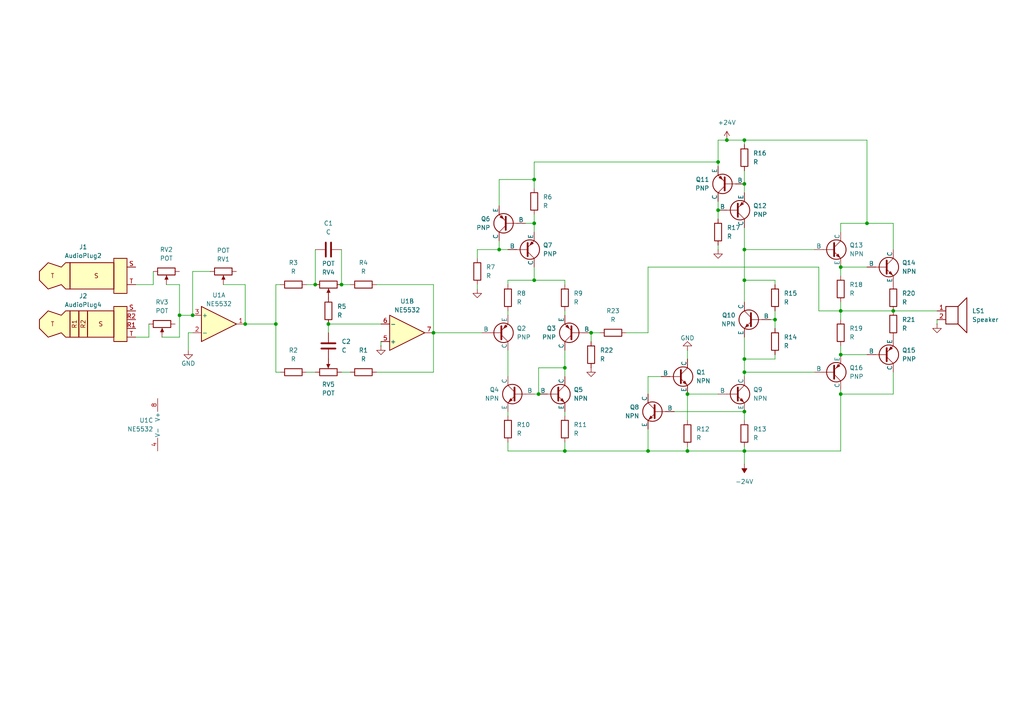
<source format=kicad_sch>
(kicad_sch (version 20231120) (generator "eeschema") (generator_version "8.0")
  (paper "A4")
  (lib_symbols
    (symbol "Amplifier_Operational:NE5532" (pin_names (offset 0.127))
      (property "Reference" "U" (at 0 5.08 0))
      (property "Value" "NE5532" (at 0 -5.08 0))
      (symbol "NE5532_1_1"
        (polyline (pts (xy -5.08 5.08) (xy 5.08 0) (xy -5.08 -5.08) (xy -5.08 5.08)) (stroke (width 0.254)) (fill (type background)))
        (pin output line (at 7.62 0 180) (length 2.54) (name "~") (number "1"))
        (pin input line (at -7.62 -2.54 0) (length 2.54) (name "-") (number "2"))
        (pin input line (at -7.62 2.54 0) (length 2.54) (name "+") (number "3"))
      )
      (symbol "NE5532_2_1"
        (polyline (pts (xy -5.08 5.08) (xy 5.08 0) (xy -5.08 -5.08) (xy -5.08 5.08)) (stroke (width 0.254)) (fill (type background)))
        (pin input line (at -7.62 2.54 0) (length 2.54) (name "+") (number "5"))
        (pin input line (at -7.62 -2.54 0) (length 2.54) (name "-") (number "6"))
        (pin output line (at 7.62 0 180) (length 2.54) (name "~") (number "7"))
      )
      (symbol "NE5532_3_1"
        (pin power_in line (at -2.54 -7.62 90) (length 3.81) (name "V-") (number "4"))
        (pin power_in line (at -2.54 7.62 270) (length 3.81) (name "V+") (number "8"))
      )
    )
    (symbol "Connector_Audio:AudioPlug2"
      (property "Reference" "J" (at 10.16 6.35 0))
      (property "Value" "AudioPlug2" (at 10.16 -6.35 0))
      (symbol "AudioPlug2_0_0"
        (text "S" (at 3.81 0 0) (effects (font (size 1.27 1.27))))
        (text "T" (at -8.89 0 0) (effects (font (size 1.27 1.27))))
      )
      (symbol "AudioPlug2_0_1"
        (rectangle (start -3.81 3.81) (end 8.89 -3.81) (stroke (width 0.254)) (fill (type background)))
        (polyline (pts (xy -3.81 3.81) (xy -5.08 3.81) (xy -6.35 2.54) (xy -10.16 3.81) (xy -12.7 1.27) (xy -12.7 -1.27) (xy -10.16 -3.81) (xy -6.35 -2.54) (xy -5.08 -3.81) (xy -3.81 -3.81) (xy -3.81 3.81)) (stroke (width 0.254)) (fill (type background)))
        (rectangle (start 12.7 5.08) (end 8.89 -5.08) (stroke (width 0.254)) (fill (type background)))
      )
      (symbol "AudioPlug2_1_1"
        (pin passive line (at 15.24 2.54 180) (length 2.54) (name "~") (number "S"))
        (pin passive line (at 15.24 -2.54 180) (length 2.54) (name "~") (number "T"))
      )
    )
    (symbol "Connector_Audio:AudioPlug4"
      (property "Reference" "J" (at 10.16 5.08 0))
      (property "Value" "AudioPlug4" (at 11.43 -7.62 0))
      (symbol "AudioPlug4_0_0"
        (text "R1" (at -2.54 -1.27 900) (effects (font (size 1.27 1.27))))
        (text "R2" (at 0 -1.27 900) (effects (font (size 1.27 1.27))))
        (text "S" (at 5.08 -1.27 0) (effects (font (size 1.27 1.27))))
        (text "T" (at -8.89 -1.27 0) (effects (font (size 1.27 1.27))))
      )
      (symbol "AudioPlug4_0_1"
        (rectangle (start -1.27 2.54) (end -3.81 -5.08) (stroke (width 0.254)) (fill (type background)))
        (polyline (pts (xy -3.81 2.54) (xy -5.08 2.54) (xy -6.35 1.27) (xy -10.16 2.54) (xy -12.7 0) (xy -12.7 -2.54) (xy -10.16 -5.08) (xy -6.35 -3.81) (xy -5.08 -5.08) (xy -3.81 -5.08) (xy -3.81 2.54)) (stroke (width 0.254)) (fill (type background)))
        (rectangle (start 1.27 2.54) (end -1.27 -5.08) (stroke (width 0.254)) (fill (type background)))
        (rectangle (start 1.27 2.54) (end 8.89 -5.08) (stroke (width 0.254)) (fill (type background)))
        (rectangle (start 12.7 3.81) (end 8.89 -6.35) (stroke (width 0.254)) (fill (type background)))
      )
      (symbol "AudioPlug4_1_1"
        (pin passive line (at 15.24 -2.54 180) (length 2.54) (name "~") (number "R1"))
        (pin passive line (at 15.24 0 180) (length 2.54) (name "~") (number "R2"))
        (pin passive line (at 15.24 2.54 180) (length 2.54) (name "~") (number "S"))
        (pin passive line (at 15.24 -5.08 180) (length 2.54) (name "~") (number "T"))
      )
    )
    (symbol "Device:C" (pin_numbers hide) (pin_names (offset 0.254))
      (property "Reference" "C" (at 0.635 2.54 0))
      (property "Value" "C" (at 0.635 -2.54 0))
      (symbol "C_0_1"
        (polyline (pts (xy -2.032 -0.762) (xy 2.032 -0.762)) (stroke (width 0.508)))
        (polyline (pts (xy -2.032 0.762) (xy 2.032 0.762)) (stroke (width 0.508)))
      )
      (symbol "C_1_1"
        (pin passive line (at 0 3.81 270) (length 2.794) (name "~") (number "1"))
        (pin passive line (at 0 -3.81 90) (length 2.794) (name "~") (number "2"))
      )
    )
    (symbol "Device:R" (pin_numbers hide) (pin_names (offset 0))
      (property "Reference" "R" (at 2.032 0 90))
      (property "Value" "R" (at 0 0 90))
      (symbol "R_0_1"
        (rectangle (start -1.016 -2.54) (end 1.016 2.54) (stroke (width 0.254)))
      )
      (symbol "R_1_1"
        (pin passive line (at 0 3.81 270) (length 1.27) (name "~") (number "1"))
        (pin passive line (at 0 -3.81 90) (length 1.27) (name "~") (number "2"))
      )
    )
    (symbol "Device:Speaker" (pin_names (offset 0) hide)
      (property "Reference" "LS" (at 1.27 5.715 0))
      (property "Value" "Speaker" (at 1.27 3.81 0))
      (symbol "Speaker_0_0"
        (rectangle (start -2.54 1.27) (end 1.016 -3.81) (stroke (width 0.254)))
        (polyline (pts (xy 1.016 1.27) (xy 3.556 3.81) (xy 3.556 -6.35) (xy 1.016 -3.81)) (stroke (width 0.254)))
      )
      (symbol "Speaker_1_1"
        (pin input line (at -5.08 0 0) (length 2.54) (name "1") (number "1"))
        (pin input line (at -5.08 -2.54 0) (length 2.54) (name "2") (number "2"))
      )
    )
    (symbol "Eagle_Main:POT" (pin_numbers hide) (pin_names (offset 1.016) hide)
      (property "Reference" "RV" (at -4.445 0 90))
      (property "Value" "POT" (at -2.54 0 90))
      (symbol "POT_0_1"
        (polyline (pts (xy 2.54 0) (xy 1.524 0)))
        (polyline (pts (xy 1.143 0) (xy 2.286 0.508) (xy 2.286 -0.508)) (fill (type outline)))
        (rectangle (start 1.016 2.54) (end -1.016 -2.54) (stroke (width 0.254)))
      )
      (symbol "POT_1_1"
        (pin passive line (at 0 3.81 270) (length 1.27) (name "1") (number "1"))
        (pin passive line (at 3.81 0 180) (length 1.27) (name "2") (number "2"))
        (pin passive line (at 0 -3.81 90) (length 1.27) (name "3") (number "3"))
      )
    )
    (symbol "Simulation_SPICE:NPN" (pin_numbers hide) (pin_names (offset 0))
      (property "Reference" "Q" (at -2.54 7.62 0))
      (property "Value" "NPN" (at -2.54 5.08 0))
      (symbol "NPN_0_1"
        (polyline (pts (xy -2.54 0) (xy 0.635 0)) (stroke (width 0.1524)))
        (polyline (pts (xy 0.635 0.635) (xy 2.54 2.54)))
        (polyline (pts (xy 2.794 -1.27) (xy 2.794 -1.27)) (stroke (width 0.1524)))
        (polyline (pts (xy 2.794 -1.27) (xy 2.794 -1.27)) (stroke (width 0.1524)))
        (polyline (pts (xy 0.635 -0.635) (xy 2.54 -2.54) (xy 2.54 -2.54)))
        (polyline (pts (xy 0.635 1.905) (xy 0.635 -1.905) (xy 0.635 -1.905)) (stroke (width 0.508)))
        (polyline (pts (xy 1.27 -1.778) (xy 1.778 -1.27) (xy 2.286 -2.286) (xy 1.27 -1.778) (xy 1.27 -1.778)) (fill (type outline)))
        (circle (center 1.27 0) (radius 2.8194) (stroke (width 0.254)))
      )
      (symbol "NPN_1_1"
        (pin open_collector line (at 2.54 5.08 270) (length 2.54) (name "C") (number "1"))
        (pin input line (at -5.08 0 0) (length 2.54) (name "B") (number "2"))
        (pin open_emitter line (at 2.54 -5.08 90) (length 2.54) (name "E") (number "3"))
      )
    )
    (symbol "Simulation_SPICE:PNP" (pin_numbers hide) (pin_names (offset 0))
      (property "Reference" "Q" (at -2.54 7.62 0))
      (property "Value" "PNP" (at -2.54 5.08 0))
      (symbol "PNP_0_1"
        (polyline (pts (xy -2.54 0) (xy 0.635 0)) (stroke (width 0.1524)))
        (polyline (pts (xy 0.635 0.635) (xy 2.54 2.54)))
        (polyline (pts (xy 0.635 -0.635) (xy 2.54 -2.54) (xy 2.54 -2.54)))
        (polyline (pts (xy 0.635 1.905) (xy 0.635 -1.905) (xy 0.635 -1.905)) (stroke (width 0.508)))
        (polyline (pts (xy 2.286 -1.778) (xy 1.778 -2.286) (xy 1.27 -1.27) (xy 2.286 -1.778) (xy 2.286 -1.778)) (fill (type outline)))
        (circle (center 1.27 0) (radius 2.8194) (stroke (width 0.254)))
      )
      (symbol "PNP_1_1"
        (pin open_collector line (at 2.54 5.08 270) (length 2.54) (name "C") (number "1"))
        (pin input line (at -5.08 0 0) (length 2.54) (name "B") (number "2"))
        (pin open_emitter line (at 2.54 -5.08 90) (length 2.54) (name "E") (number "3"))
      )
    )
    (symbol "power:+24V" (power) (pin_numbers hide) (pin_names (offset 0) hide)
      (property "Value" "+24V" (at 0 3.556 0))
      (symbol "+24V_0_1"
        (polyline (pts (xy -0.762 1.27) (xy 0 2.54)))
        (polyline (pts (xy 0 0) (xy 0 2.54)))
        (polyline (pts (xy 0 2.54) (xy 0.762 1.27)))
      )
      (symbol "+24V_1_1"
        (pin power_in line (at 0 0 90) (length 0) (name "~") (number "1"))
      )
    )
    (symbol "power:-24V" (power) (pin_numbers hide) (pin_names (offset 0) hide)
      (property "Value" "-24V" (at 0 3.556 0))
      (symbol "-24V_0_0"
        (pin power_in line (at 0 0 90) (length 0) (name "~") (number "1"))
      )
      (symbol "-24V_0_1"
        (polyline (pts (xy 0 0) (xy 0 1.27) (xy 0.762 1.27) (xy 0 2.54) (xy -0.762 1.27) (xy 0 1.27)) (fill (type outline)))
      )
    )
    (symbol "power:GND" (power) (pin_numbers hide) (pin_names (offset 0) hide)
      (property "Value" "GND" (at 0 -3.81 0))
      (symbol "GND_0_1"
        (polyline (pts (xy 0 0) (xy 0 -1.27) (xy 1.27 -1.27) (xy 0 -2.54) (xy -1.27 -1.27) (xy 0 -1.27)))
      )
      (symbol "GND_1_1"
        (pin power_in line (at 0 0 270) (length 0) (name "~") (number "1"))
      )
    )
  )
  (junction (at 156.21 114.3))
  (junction (at 80.01 93.98))
  (junction (at 144.78 72.39))
  (junction (at 154.94 52.07))
  (junction (at 199.39 114.3))
  (junction (at 224.79 92.71))
  (junction (at 208.28 60.96))
  (junction (at 163.83 130.81))
  (junction (at 125.73 96.52))
  (junction (at 91.44 82.55))
  (junction (at 215.9 53.34))
  (junction (at 251.46 64.77))
  (junction (at 259.08 90.17))
  (junction (at 243.84 102.87))
  (junction (at 243.84 114.3))
  (junction (at 154.94 81.28))
  (junction (at 215.9 107.95))
  (junction (at 243.84 77.47))
  (junction (at 215.9 40.64))
  (junction (at 215.9 119.38))
  (junction (at 243.84 90.17))
  (junction (at 199.39 130.81))
  (junction (at 154.94 64.77))
  (junction (at 215.9 130.81))
  (junction (at 187.96 130.81))
  (junction (at 163.83 106.68))
  (junction (at 55.88 91.44))
  (junction (at 52.07 91.44))
  (junction (at 71.12 93.98))
  (junction (at 215.9 81.28))
  (junction (at 215.9 72.39))
  (junction (at 208.28 46.99))
  (junction (at 210.82 40.64))
  (junction (at 99.06 82.55))
  (junction (at 215.9 104.14))
  (junction (at 171.45 96.52))
  (junction (at 95.25 93.98))
  (wire (pts (xy 187.96 77.47) (xy 237.49 77.47)))
  (wire (pts (xy 215.9 107.95) (xy 236.22 107.95)))
  (wire (pts (xy 52.07 91.44) (xy 55.88 91.44)))
  (wire (pts (xy 215.9 40.64) (xy 251.46 40.64)))
  (wire (pts (xy 154.94 46.99) (xy 208.28 46.99)))
  (wire (pts (xy 147.32 128.27) (xy 147.32 130.81)))
  (wire (pts (xy 125.73 96.52) (xy 139.7 96.52)))
  (wire (pts (xy 80.01 82.55) (xy 81.28 82.55)))
  (wire (pts (xy 154.94 64.77) (xy 154.94 62.23)))
  (wire (pts (xy 163.83 119.38) (xy 163.83 120.65)))
  (wire (pts (xy 171.45 96.52) (xy 171.45 99.06)))
  (wire (pts (xy 163.83 130.81) (xy 187.96 130.81)))
  (wire (pts (xy 52.07 82.55) (xy 52.07 91.44)))
  (wire (pts (xy 208.28 60.96) (xy 208.28 63.5)))
  (wire (pts (xy 163.83 90.17) (xy 163.83 91.44)))
  (wire (pts (xy 125.73 96.52) (xy 125.73 107.95)))
  (wire (pts (xy 163.83 101.6) (xy 163.83 106.68)))
  (wire (pts (xy 125.73 107.95) (xy 109.22 107.95)))
  (wire (pts (xy 144.78 69.85) (xy 144.78 72.39)))
  (wire (pts (xy 147.32 101.6) (xy 147.32 109.22)))
  (wire (pts (xy 156.21 106.68) (xy 156.21 114.3)))
  (wire (pts (xy 199.39 130.81) (xy 215.9 130.81)))
  (wire (pts (xy 44.45 78.74) (xy 44.45 82.55)))
  (wire (pts (xy 163.83 106.68) (xy 163.83 109.22)))
  (wire (pts (xy 99.06 107.95) (xy 101.6 107.95)))
  (wire (pts (xy 251.46 64.77) (xy 243.84 64.77)))
  (wire (pts (xy 237.49 90.17) (xy 243.84 90.17)))
  (wire (pts (xy 243.84 90.17) (xy 259.08 90.17)))
  (wire (pts (xy 154.94 114.3) (xy 156.21 114.3)))
  (wire (pts (xy 251.46 40.64) (xy 251.46 64.77)))
  (wire (pts (xy 215.9 53.34) (xy 215.9 55.88)))
  (wire (pts (xy 54.61 96.52) (xy 55.88 96.52)))
  (wire (pts (xy 224.79 81.28) (xy 224.79 82.55)))
  (wire (pts (xy 199.39 101.6) (xy 199.39 104.14)))
  (wire (pts (xy 187.96 130.81) (xy 199.39 130.81)))
  (wire (pts (xy 210.82 40.64) (xy 215.9 40.64)))
  (wire (pts (xy 43.18 97.79) (xy 43.18 93.98)))
  (wire (pts (xy 237.49 77.47) (xy 237.49 90.17)))
  (wire (pts (xy 181.61 96.52) (xy 187.96 96.52)))
  (wire (pts (xy 163.83 106.68) (xy 156.21 106.68)))
  (wire (pts (xy 208.28 58.42) (xy 208.28 60.96)))
  (wire (pts (xy 187.96 124.46) (xy 187.96 130.81)))
  (wire (pts (xy 215.9 81.28) (xy 224.79 81.28)))
  (wire (pts (xy 191.77 109.22) (xy 187.96 109.22)))
  (wire (pts (xy 55.88 78.74) (xy 55.88 91.44)))
  (wire (pts (xy 199.39 114.3) (xy 208.28 114.3)))
  (wire (pts (xy 243.84 77.47) (xy 251.46 77.47)))
  (wire (pts (xy 110.49 99.06) (xy 110.49 100.33)))
  (wire (pts (xy 71.12 93.98) (xy 80.01 93.98)))
  (wire (pts (xy 163.83 128.27) (xy 163.83 130.81)))
  (wire (pts (xy 215.9 119.38) (xy 215.9 121.92)))
  (wire (pts (xy 243.84 102.87) (xy 251.46 102.87)))
  (wire (pts (xy 208.28 46.99) (xy 208.28 40.64)))
  (wire (pts (xy 215.9 40.64) (xy 215.9 41.91)))
  (wire (pts (xy 259.08 90.17) (xy 271.78 90.17)))
  (wire (pts (xy 154.94 81.28) (xy 163.83 81.28)))
  (wire (pts (xy 80.01 93.98) (xy 80.01 107.95)))
  (wire (pts (xy 88.9 107.95) (xy 91.44 107.95)))
  (wire (pts (xy 154.94 52.07) (xy 154.94 46.99)))
  (wire (pts (xy 215.9 72.39) (xy 236.22 72.39)))
  (wire (pts (xy 243.84 64.77) (xy 243.84 67.31)))
  (wire (pts (xy 54.61 101.6) (xy 54.61 96.52)))
  (wire (pts (xy 187.96 109.22) (xy 187.96 114.3)))
  (wire (pts (xy 138.43 72.39) (xy 138.43 74.93)))
  (wire (pts (xy 208.28 71.12) (xy 208.28 72.39)))
  (wire (pts (xy 138.43 72.39) (xy 144.78 72.39)))
  (wire (pts (xy 80.01 82.55) (xy 80.01 93.98)))
  (wire (pts (xy 208.28 48.26) (xy 208.28 46.99)))
  (wire (pts (xy 88.9 82.55) (xy 91.44 82.55)))
  (wire (pts (xy 152.4 64.77) (xy 154.94 64.77)))
  (wire (pts (xy 215.9 66.04) (xy 215.9 72.39)))
  (wire (pts (xy 64.77 82.55) (xy 71.12 82.55)))
  (wire (pts (xy 224.79 92.71) (xy 224.79 95.25)))
  (wire (pts (xy 259.08 64.77) (xy 251.46 64.77)))
  (wire (pts (xy 171.45 96.52) (xy 173.99 96.52)))
  (wire (pts (xy 215.9 49.53) (xy 215.9 53.34)))
  (wire (pts (xy 99.06 72.39) (xy 99.06 82.55)))
  (wire (pts (xy 259.08 107.95) (xy 259.08 114.3)))
  (wire (pts (xy 154.94 54.61) (xy 154.94 52.07)))
  (wire (pts (xy 80.01 107.95) (xy 81.28 107.95)))
  (wire (pts (xy 224.79 104.14) (xy 224.79 102.87)))
  (wire (pts (xy 224.79 90.17) (xy 224.79 92.71)))
  (wire (pts (xy 243.84 114.3) (xy 243.84 113.03)))
  (wire (pts (xy 215.9 134.62) (xy 215.9 130.81)))
  (wire (pts (xy 110.49 93.98) (xy 95.25 93.98)))
  (wire (pts (xy 147.32 119.38) (xy 147.32 120.65)))
  (wire (pts (xy 147.32 81.28) (xy 154.94 81.28)))
  (wire (pts (xy 39.37 82.55) (xy 44.45 82.55)))
  (wire (pts (xy 187.96 96.52) (xy 187.96 77.47)))
  (wire (pts (xy 243.84 130.81) (xy 243.84 114.3)))
  (wire (pts (xy 208.28 40.64) (xy 210.82 40.64)))
  (wire (pts (xy 147.32 130.81) (xy 163.83 130.81)))
  (wire (pts (xy 147.32 90.17) (xy 147.32 91.44)))
  (wire (pts (xy 99.06 82.55) (xy 101.6 82.55)))
  (wire (pts (xy 199.39 114.3) (xy 199.39 121.92)))
  (wire (pts (xy 243.84 87.63) (xy 243.84 90.17)))
  (wire (pts (xy 154.94 77.47) (xy 154.94 81.28)))
  (wire (pts (xy 163.83 81.28) (xy 163.83 82.55)))
  (wire (pts (xy 52.07 97.79) (xy 52.07 91.44)))
  (wire (pts (xy 55.88 78.74) (xy 60.96 78.74)))
  (wire (pts (xy 144.78 72.39) (xy 147.32 72.39)))
  (wire (pts (xy 223.52 92.71) (xy 224.79 92.71)))
  (wire (pts (xy 215.9 97.79) (xy 215.9 104.14)))
  (wire (pts (xy 243.84 90.17) (xy 243.84 92.71)))
  (wire (pts (xy 39.37 97.79) (xy 43.18 97.79)))
  (wire (pts (xy 215.9 104.14) (xy 224.79 104.14)))
  (wire (pts (xy 46.99 97.79) (xy 52.07 97.79)))
  (wire (pts (xy 109.22 82.55) (xy 125.73 82.55)))
  (wire (pts (xy 243.84 77.47) (xy 243.84 80.01)))
  (wire (pts (xy 91.44 72.39) (xy 91.44 82.55)))
  (wire (pts (xy 195.58 119.38) (xy 215.9 119.38)))
  (wire (pts (xy 48.26 82.55) (xy 52.07 82.55)))
  (wire (pts (xy 243.84 100.33) (xy 243.84 102.87)))
  (wire (pts (xy 154.94 64.77) (xy 154.94 67.31)))
  (wire (pts (xy 95.25 93.98) (xy 95.25 96.52)))
  (wire (pts (xy 215.9 104.14) (xy 215.9 107.95)))
  (wire (pts (xy 125.73 82.55) (xy 125.73 96.52)))
  (wire (pts (xy 215.9 87.63) (xy 215.9 81.28)))
  (wire (pts (xy 215.9 107.95) (xy 215.9 109.22)))
  (wire (pts (xy 215.9 130.81) (xy 215.9 129.54)))
  (wire (pts (xy 138.43 83.82) (xy 138.43 82.55)))
  (wire (pts (xy 259.08 114.3) (xy 243.84 114.3)))
  (wire (pts (xy 199.39 130.81) (xy 199.39 129.54)))
  (wire (pts (xy 215.9 72.39) (xy 215.9 81.28)))
  (wire (pts (xy 144.78 52.07) (xy 144.78 59.69)))
  (wire (pts (xy 147.32 82.55) (xy 147.32 81.28)))
  (wire (pts (xy 71.12 82.55) (xy 71.12 93.98)))
  (wire (pts (xy 259.08 72.39) (xy 259.08 64.77)))
  (wire (pts (xy 271.78 92.71) (xy 271.78 93.98)))
  (wire (pts (xy 215.9 130.81) (xy 243.84 130.81)))
  (wire (pts (xy 154.94 52.07) (xy 144.78 52.07)))
  (symbol (lib_id "Device:R") (at 147.32 124.46 0) (unit 1)
    (property "Reference" "R10" (at 149.86 123.1899 0) (effects (justify left)))
    (property "Value" "R" (at 149.86 125.7299 0) (effects (justify left)))
    (property "Description" "Resistor" (effects (hide yes)))
  )
  (symbol (lib_id "Device:R") (at 224.79 99.06 0) (unit 1)
    (property "Reference" "R14" (at 227.33 97.7899 0) (effects (justify left)))
    (property "Value" "R" (at 227.33 100.3299 0) (effects (justify left)))
    (property "Description" "Resistor" (effects (hide yes)))
  )
  (symbol (lib_id "Connector_Audio:AudioPlug2") (at 24.13 80.01 0) (unit 1)
    (property "Reference" "J1" (at 24.13 71.628 0))
    (property "Value" "AudioPlug2" (at 24.13 74.168 0))
    (property "Description" "Audio Jack, 2 Poles (Mono / TS)" (effects (hide yes)))
  )
  (symbol (lib_id "Simulation_SPICE:PNP") (at 241.3 107.95 0) (mirror x) (unit 1)
    (property "Reference" "Q16" (at 246.38 106.6799 0) (effects (justify left)))
    (property "Value" "PNP" (at 246.38 109.2199 0) (effects (justify left)))
    (property "Datasheet" "https://ngspice.sourceforge.io/docs/ngspice-html-manual/manual.xhtml#cha_BJTs" (effects (hide yes)))
    (property "Description" "Bipolar transistor symbol for simulation only, substrate tied to the emitter" (effects (hide yes)))
    (property "Sim.Device" "PNP" (effects (hide yes)))
    (property "Sim.Type" "GUMMELPOON" (effects (hide yes)))
    (property "Sim.Pins" "1=C 2=B 3=E" (effects (hide yes)))
  )
  (symbol (lib_id "Device:R") (at 215.9 45.72 0) (unit 1)
    (property "Reference" "R16" (at 218.44 44.4499 0) (effects (justify left)))
    (property "Value" "R" (at 218.44 46.9899 0) (effects (justify left)))
    (property "Description" "Resistor" (effects (hide yes)))
  )
  (symbol (lib_id "Eagle_Main:POT") (at 64.77 78.74 270) (unit 1)
    (property "Reference" "RV1" (at 64.77 75.184 90))
    (property "Value" "POT" (at 64.77 72.644 90))
  )
  (symbol (lib_id "Device:R") (at 243.84 96.52 0) (unit 1)
    (property "Reference" "R19" (at 246.38 95.2499 0) (effects (justify left)))
    (property "Value" "R" (at 246.38 97.7899 0) (effects (justify left)))
    (property "Description" "Resistor" (effects (hide yes)))
  )
  (symbol (lib_id "Device:C") (at 95.25 100.33 180) (unit 1)
    (property "Reference" "C2" (at 99.06 99.0599 0) (effects (justify right)))
    (property "Value" "C" (at 99.06 101.5999 0) (effects (justify right)))
    (property "Description" "Unpolarized capacitor" (effects (hide yes)))
  )
  (symbol (lib_id "power:GND") (at 271.78 93.98 0) (unit 1)
    (property "Reference" "#PWR09" (effects (hide yes)))
    (property "Value" "GND" (effects (hide yes)))
    (property "Description" "Power symbol creates a global label with name \"GND\" , ground" (effects (hide yes)))
  )
  (symbol (lib_id "Device:C") (at 95.25 72.39 90) (unit 1)
    (property "Reference" "C1" (at 95.25 64.77 90))
    (property "Value" "C" (at 95.25 67.31 90))
    (property "Description" "Unpolarized capacitor" (effects (hide yes)))
  )
  (symbol (lib_id "power:GND") (at 171.45 106.68 0) (unit 1)
    (property "Reference" "#PWR08" (effects (hide yes)))
    (property "Value" "GND" (effects (hide yes)))
    (property "Description" "Power symbol creates a global label with name \"GND\" , ground" (effects (hide yes)))
  )
  (symbol (lib_id "Simulation_SPICE:NPN") (at 241.3 72.39 0) (unit 1)
    (property "Reference" "Q13" (at 246.38 71.1199 0) (effects (justify left)))
    (property "Value" "NPN" (at 246.38 73.6599 0) (effects (justify left)))
    (property "Datasheet" "https://ngspice.sourceforge.io/docs/ngspice-html-manual/manual.xhtml#cha_BJTs" (effects (hide yes)))
    (property "Description" "Bipolar transistor symbol for simulation only, substrate tied to the emitter" (effects (hide yes)))
    (property "Sim.Device" "NPN" (effects (hide yes)))
    (property "Sim.Type" "GUMMELPOON" (effects (hide yes)))
    (property "Sim.Pins" "1=C 2=B 3=E" (effects (hide yes)))
  )
  (symbol (lib_id "Simulation_SPICE:NPN") (at 190.5 119.38 0) (mirror y) (unit 1)
    (property "Reference" "Q8" (at 185.42 118.1099 0) (effects (justify left)))
    (property "Value" "NPN" (at 185.42 120.6499 0) (effects (justify left)))
    (property "Datasheet" "https://ngspice.sourceforge.io/docs/ngspice-html-manual/manual.xhtml#cha_BJTs" (effects (hide yes)))
    (property "Description" "Bipolar transistor symbol for simulation only, substrate tied to the emitter" (effects (hide yes)))
    (property "Sim.Device" "NPN" (effects (hide yes)))
    (property "Sim.Type" "GUMMELPOON" (effects (hide yes)))
    (property "Sim.Pins" "1=C 2=B 3=E" (effects (hide yes)))
  )
  (symbol (lib_id "Amplifier_Operational:NE5532") (at 118.11 96.52 0) (mirror x) (unit 2)
    (property "Reference" "U1" (at 118.11 87.376 0))
    (property "Value" "NE5532" (at 118.11 89.916 0))
    (property "Datasheet" "http://www.ti.com/lit/ds/symlink/ne5532.pdf" (effects (hide yes)))
    (property "Description" "Dual Low-Noise Operational Amplifiers, DIP-8/SOIC-8" (effects (hide yes)))
  )
  (symbol (lib_id "Device:R") (at 85.09 107.95 90) (unit 1)
    (property "Reference" "R2" (at 85.09 101.6 90))
    (property "Value" "R" (at 85.09 104.14 90))
    (property "Description" "Resistor" (effects (hide yes)))
  )
  (symbol (lib_id "Device:R") (at 154.94 58.42 0) (unit 1)
    (property "Reference" "R6" (at 157.48 57.1499 0) (effects (justify left)))
    (property "Value" "R" (at 157.48 59.6899 0) (effects (justify left)))
    (property "Description" "Resistor" (effects (hide yes)))
  )
  (symbol (lib_id "Simulation_SPICE:PNP") (at 166.37 96.52 180) (unit 1)
    (property "Reference" "Q3" (at 161.29 95.2499 0) (effects (justify left)))
    (property "Value" "PNP" (at 161.29 97.7899 0) (effects (justify left)))
    (property "Datasheet" "https://ngspice.sourceforge.io/docs/ngspice-html-manual/manual.xhtml#cha_BJTs" (effects (hide yes)))
    (property "Description" "Bipolar transistor symbol for simulation only, substrate tied to the emitter" (effects (hide yes)))
    (property "Sim.Device" "PNP" (effects (hide yes)))
    (property "Sim.Type" "GUMMELPOON" (effects (hide yes)))
    (property "Sim.Pins" "1=C 2=B 3=E" (effects (hide yes)))
  )
  (symbol (lib_id "Simulation_SPICE:NPN") (at 256.54 77.47 0) (unit 1)
    (property "Reference" "Q14" (at 261.62 76.1999 0) (effects (justify left)))
    (property "Value" "NPN" (at 261.62 78.7399 0) (effects (justify left)))
    (property "Datasheet" "https://ngspice.sourceforge.io/docs/ngspice-html-manual/manual.xhtml#cha_BJTs" (effects (hide yes)))
    (property "Description" "Bipolar transistor symbol for simulation only, substrate tied to the emitter" (effects (hide yes)))
    (property "Sim.Device" "NPN" (effects (hide yes)))
    (property "Sim.Type" "GUMMELPOON" (effects (hide yes)))
    (property "Sim.Pins" "1=C 2=B 3=E" (effects (hide yes)))
  )
  (symbol (lib_id "Device:R") (at 243.84 83.82 0) (unit 1)
    (property "Reference" "R18" (at 246.38 82.5499 0) (effects (justify left)))
    (property "Value" "R" (at 246.38 85.0899 0) (effects (justify left)))
    (property "Description" "Resistor" (effects (hide yes)))
  )
  (symbol (lib_id "Simulation_SPICE:PNP") (at 210.82 53.34 180) (unit 1)
    (property "Reference" "Q11" (at 205.74 52.0699 0) (effects (justify left)))
    (property "Value" "PNP" (at 205.74 54.6099 0) (effects (justify left)))
    (property "Datasheet" "https://ngspice.sourceforge.io/docs/ngspice-html-manual/manual.xhtml#cha_BJTs" (effects (hide yes)))
    (property "Description" "Bipolar transistor symbol for simulation only, substrate tied to the emitter" (effects (hide yes)))
    (property "Sim.Device" "PNP" (effects (hide yes)))
    (property "Sim.Type" "GUMMELPOON" (effects (hide yes)))
    (property "Sim.Pins" "1=C 2=B 3=E" (effects (hide yes)))
  )
  (symbol (lib_id "Amplifier_Operational:NE5532") (at 43.18 123.19 0) (mirror y) (unit 3)
    (property "Reference" "U1" (at 44.45 121.9199 0) (effects (justify left)))
    (property "Value" "NE5532" (at 44.45 124.4599 0) (effects (justify left)))
    (property "Datasheet" "http://www.ti.com/lit/ds/symlink/ne5532.pdf" (effects (hide yes)))
    (property "Description" "Dual Low-Noise Operational Amplifiers, DIP-8/SOIC-8" (effects (hide yes)))
  )
  (symbol (lib_id "Device:R") (at 85.09 82.55 90) (unit 1)
    (property "Reference" "R3" (at 85.09 76.2 90))
    (property "Value" "R" (at 85.09 78.74 90))
    (property "Description" "Resistor" (effects (hide yes)))
  )
  (symbol (lib_id "Device:R") (at 199.39 125.73 0) (unit 1)
    (property "Reference" "R12" (at 201.93 124.4599 0) (effects (justify left)))
    (property "Value" "R" (at 201.93 126.9999 0) (effects (justify left)))
    (property "Description" "Resistor" (effects (hide yes)))
  )
  (symbol (lib_id "Device:R") (at 224.79 86.36 0) (unit 1)
    (property "Reference" "R15" (at 227.33 85.0899 0) (effects (justify left)))
    (property "Value" "R" (at 227.33 87.6299 0) (effects (justify left)))
    (property "Description" "Resistor" (effects (hide yes)))
  )
  (symbol (lib_id "power:GND") (at 208.28 72.39 0) (unit 1)
    (property "Reference" "#PWR06" (effects (hide yes)))
    (property "Value" "GND" (effects (hide yes)))
    (property "Description" "Power symbol creates a global label with name \"GND\" , ground" (effects (hide yes)))
  )
  (symbol (lib_id "Simulation_SPICE:NPN") (at 149.86 114.3 0) (mirror y) (unit 1)
    (property "Reference" "Q4" (at 144.78 113.0299 0) (effects (justify left)))
    (property "Value" "NPN" (at 144.78 115.5699 0) (effects (justify left)))
    (property "Datasheet" "https://ngspice.sourceforge.io/docs/ngspice-html-manual/manual.xhtml#cha_BJTs" (effects (hide yes)))
    (property "Description" "Bipolar transistor symbol for simulation only, substrate tied to the emitter" (effects (hide yes)))
    (property "Sim.Device" "NPN" (effects (hide yes)))
    (property "Sim.Type" "GUMMELPOON" (effects (hide yes)))
    (property "Sim.Pins" "1=C 2=B 3=E" (effects (hide yes)))
  )
  (symbol (lib_id "Device:R") (at 138.43 78.74 0) (unit 1)
    (property "Reference" "R7" (at 140.97 77.4699 0) (effects (justify left)))
    (property "Value" "R" (at 140.97 80.0099 0) (effects (justify left)))
    (property "Description" "Resistor" (effects (hide yes)))
  )
  (symbol (lib_id "Connector_Audio:AudioPlug4") (at 24.13 92.71 0) (unit 1)
    (property "Reference" "J2" (at 24.13 85.852 0))
    (property "Value" "AudioPlug4" (at 24.13 88.392 0))
    (property "Description" "Audio Jack, 4 Poles (Stereo / TRRS)" (effects (hide yes)))
  )
  (symbol (lib_id "Device:R") (at 259.08 93.98 0) (unit 1)
    (property "Reference" "R21" (at 261.62 92.7099 0) (effects (justify left)))
    (property "Value" "R" (at 261.62 95.2499 0) (effects (justify left)))
    (property "Description" "Resistor" (effects (hide yes)))
  )
  (symbol (lib_id "Simulation_SPICE:NPN") (at 196.85 109.22 0) (unit 1)
    (property "Reference" "Q1" (at 201.93 107.9499 0) (effects (justify left)))
    (property "Value" "NPN" (at 201.93 110.4899 0) (effects (justify left)))
    (property "Datasheet" "https://ngspice.sourceforge.io/docs/ngspice-html-manual/manual.xhtml#cha_BJTs" (effects (hide yes)))
    (property "Description" "Bipolar transistor symbol for simulation only, substrate tied to the emitter" (effects (hide yes)))
    (property "Sim.Device" "NPN" (effects (hide yes)))
    (property "Sim.Type" "GUMMELPOON" (effects (hide yes)))
    (property "Sim.Pins" "1=C 2=B 3=E" (effects (hide yes)))
  )
  (symbol (lib_id "Device:R") (at 163.83 86.36 0) (unit 1)
    (property "Reference" "R9" (at 166.37 85.0899 0) (effects (justify left)))
    (property "Value" "R" (at 166.37 87.6299 0) (effects (justify left)))
    (property "Description" "Resistor" (effects (hide yes)))
  )
  (symbol (lib_id "Device:R") (at 95.25 90.17 0) (unit 1)
    (property "Reference" "R5" (at 97.79 88.8999 0) (effects (justify left)))
    (property "Value" "R" (at 97.79 91.4399 0) (effects (justify left)))
    (property "Description" "Resistor" (effects (hide yes)))
  )
  (symbol (lib_id "Simulation_SPICE:PNP") (at 152.4 72.39 0) (mirror x) (unit 1)
    (property "Reference" "Q7" (at 157.48 71.1199 0) (effects (justify left)))
    (property "Value" "PNP" (at 157.48 73.6599 0) (effects (justify left)))
    (property "Datasheet" "https://ngspice.sourceforge.io/docs/ngspice-html-manual/manual.xhtml#cha_BJTs" (effects (hide yes)))
    (property "Description" "Bipolar transistor symbol for simulation only, substrate tied to the emitter" (effects (hide yes)))
    (property "Sim.Device" "PNP" (effects (hide yes)))
    (property "Sim.Type" "GUMMELPOON" (effects (hide yes)))
    (property "Sim.Pins" "1=C 2=B 3=E" (effects (hide yes)))
  )
  (symbol (lib_id "Device:R") (at 163.83 124.46 0) (unit 1)
    (property "Reference" "R11" (at 166.37 123.1899 0) (effects (justify left)))
    (property "Value" "R" (at 166.37 125.7299 0) (effects (justify left)))
    (property "Description" "Resistor" (effects (hide yes)))
  )
  (symbol (lib_id "Device:R") (at 259.08 86.36 0) (unit 1)
    (property "Reference" "R20" (at 261.62 85.0899 0) (effects (justify left)))
    (property "Value" "R" (at 261.62 87.6299 0) (effects (justify left)))
    (property "Description" "Resistor" (effects (hide yes)))
  )
  (symbol (lib_id "Device:Speaker") (at 276.86 90.17 0) (unit 1)
    (property "Reference" "LS1" (at 281.94 90.1699 0) (effects (justify left)))
    (property "Value" "Speaker" (at 281.94 92.7099 0) (effects (justify left)))
    (property "Description" "Speaker" (effects (hide yes)))
  )
  (symbol (lib_id "Simulation_SPICE:PNP") (at 144.78 96.52 0) (mirror x) (unit 1)
    (property "Reference" "Q2" (at 149.86 95.2499 0) (effects (justify left)))
    (property "Value" "PNP" (at 149.86 97.7899 0) (effects (justify left)))
    (property "Datasheet" "https://ngspice.sourceforge.io/docs/ngspice-html-manual/manual.xhtml#cha_BJTs" (effects (hide yes)))
    (property "Description" "Bipolar transistor symbol for simulation only, substrate tied to the emitter" (effects (hide yes)))
    (property "Sim.Device" "PNP" (effects (hide yes)))
    (property "Sim.Type" "GUMMELPOON" (effects (hide yes)))
    (property "Sim.Pins" "1=C 2=B 3=E" (effects (hide yes)))
  )
  (symbol (lib_id "Device:R") (at 105.41 82.55 90) (unit 1)
    (property "Reference" "R4" (at 105.41 76.2 90))
    (property "Value" "R" (at 105.41 78.74 90))
    (property "Description" "Resistor" (effects (hide yes)))
  )
  (symbol (lib_id "Device:R") (at 147.32 86.36 0) (unit 1)
    (property "Reference" "R8" (at 149.86 85.0899 0) (effects (justify left)))
    (property "Value" "R" (at 149.86 87.6299 0) (effects (justify left)))
    (property "Description" "Resistor" (effects (hide yes)))
  )
  (symbol (lib_id "Device:R") (at 171.45 102.87 0) (unit 1)
    (property "Reference" "R22" (at 173.99 101.5999 0) (effects (justify left)))
    (property "Value" "R" (at 173.99 104.1399 0) (effects (justify left)))
    (property "Description" "Resistor" (effects (hide yes)))
  )
  (symbol (lib_id "Eagle_Main:POT") (at 48.26 78.74 270) (unit 1)
    (property "Reference" "RV2" (at 48.26 72.39 90))
    (property "Value" "POT" (at 48.26 74.93 90))
  )
  (symbol (lib_id "power:-24V") (at 215.9 134.62 180) (unit 1)
    (property "Reference" "#PWR04" (effects (hide yes)))
    (property "Value" "-24V" (at 215.9 139.7 0))
    (property "Description" "Power symbol creates a global label with name \"-24V\"" (effects (hide yes)))
  )
  (symbol (lib_id "Eagle_Main:POT") (at 95.25 82.55 270) (unit 1)
    (property "Reference" "RV4" (at 95.25 78.994 90))
    (property "Value" "POT" (at 95.25 76.454 90))
  )
  (symbol (lib_id "Simulation_SPICE:NPN") (at 161.29 114.3 0) (unit 1)
    (property "Reference" "Q5" (at 166.37 113.0299 0) (effects (justify left)))
    (property "Value" "NPN" (at 166.37 115.5699 0) (effects (justify left)))
    (property "Datasheet" "https://ngspice.sourceforge.io/docs/ngspice-html-manual/manual.xhtml#cha_BJTs" (effects (hide yes)))
    (property "Description" "Bipolar transistor symbol for simulation only, substrate tied to the emitter" (effects (hide yes)))
    (property "Sim.Device" "NPN" (effects (hide yes)))
    (property "Sim.Type" "GUMMELPOON" (effects (hide yes)))
    (property "Sim.Pins" "1=C 2=B 3=E" (effects (hide yes)))
  )
  (symbol (lib_id "power:+24V") (at 210.82 40.64 0) (unit 1)
    (property "Reference" "#PWR07" (effects (hide yes)))
    (property "Value" "+24V" (at 210.82 35.56 0))
    (property "Description" "Power symbol creates a global label with name \"+24V\"" (effects (hide yes)))
  )
  (symbol (lib_id "Amplifier_Operational:NE5532") (at 63.5 93.98 0) (unit 1)
    (property "Reference" "U1" (at 63.5 85.598 0))
    (property "Value" "NE5532" (at 63.5 88.138 0))
    (property "Datasheet" "http://www.ti.com/lit/ds/symlink/ne5532.pdf" (effects (hide yes)))
    (property "Description" "Dual Low-Noise Operational Amplifiers, DIP-8/SOIC-8" (effects (hide yes)))
  )
  (symbol (lib_id "Simulation_SPICE:PNP") (at 147.32 64.77 180) (unit 1)
    (property "Reference" "Q6" (at 142.24 63.4999 0) (effects (justify left)))
    (property "Value" "PNP" (at 142.24 66.0399 0) (effects (justify left)))
    (property "Datasheet" "https://ngspice.sourceforge.io/docs/ngspice-html-manual/manual.xhtml#cha_BJTs" (effects (hide yes)))
    (property "Description" "Bipolar transistor symbol for simulation only, substrate tied to the emitter" (effects (hide yes)))
    (property "Sim.Device" "PNP" (effects (hide yes)))
    (property "Sim.Type" "GUMMELPOON" (effects (hide yes)))
    (property "Sim.Pins" "1=C 2=B 3=E" (effects (hide yes)))
  )
  (symbol (lib_id "power:GND") (at 199.39 101.6 180) (unit 1)
    (property "Reference" "#PWR05" (effects (hide yes)))
    (property "Value" "GND" (at 199.39 98.044 0))
    (property "Description" "Power symbol creates a global label with name \"GND\" , ground" (effects (hide yes)))
  )
  (symbol (lib_id "Simulation_SPICE:NPN") (at 218.44 92.71 0) (mirror y) (unit 1)
    (property "Reference" "Q10" (at 213.36 91.4399 0) (effects (justify left)))
    (property "Value" "NPN" (at 213.36 93.9799 0) (effects (justify left)))
    (property "Datasheet" "https://ngspice.sourceforge.io/docs/ngspice-html-manual/manual.xhtml#cha_BJTs" (effects (hide yes)))
    (property "Description" "Bipolar transistor symbol for simulation only, substrate tied to the emitter" (effects (hide yes)))
    (property "Sim.Device" "NPN" (effects (hide yes)))
    (property "Sim.Type" "GUMMELPOON" (effects (hide yes)))
    (property "Sim.Pins" "1=C 2=B 3=E" (effects (hide yes)))
  )
  (symbol (lib_id "Simulation_SPICE:PNP") (at 213.36 60.96 0) (mirror x) (unit 1)
    (property "Reference" "Q12" (at 218.44 59.6899 0) (effects (justify left)))
    (property "Value" "PNP" (at 218.44 62.2299 0) (effects (justify left)))
    (property "Datasheet" "https://ngspice.sourceforge.io/docs/ngspice-html-manual/manual.xhtml#cha_BJTs" (effects (hide yes)))
    (property "Description" "Bipolar transistor symbol for simulation only, substrate tied to the emitter" (effects (hide yes)))
    (property "Sim.Device" "PNP" (effects (hide yes)))
    (property "Sim.Type" "GUMMELPOON" (effects (hide yes)))
    (property "Sim.Pins" "1=C 2=B 3=E" (effects (hide yes)))
  )
  (symbol (lib_id "Device:R") (at 177.8 96.52 90) (unit 1)
    (property "Reference" "R23" (at 177.8 90.17 90))
    (property "Value" "R" (at 177.8 92.71 90))
    (property "Description" "Resistor" (effects (hide yes)))
  )
  (symbol (lib_id "power:GND") (at 138.43 83.82 0) (unit 1)
    (property "Reference" "#PWR03" (effects (hide yes)))
    (property "Value" "GND" (effects (hide yes)))
    (property "Description" "Power symbol creates a global label with name \"GND\" , ground" (effects (hide yes)))
  )
  (symbol (lib_id "Eagle_Main:POT") (at 95.25 107.95 90) (unit 1)
    (property "Reference" "RV5" (at 95.25 111.506 90))
    (property "Value" "POT" (at 95.25 114.046 90))
  )
  (symbol (lib_id "power:GND") (at 54.61 101.6 0) (unit 1)
    (property "Reference" "#PWR01" (effects (hide yes)))
    (property "Value" "GND" (at 54.61 105.41 0))
    (property "Description" "Power symbol creates a global label with name \"GND\" , ground" (effects (hide yes)))
  )
  (symbol (lib_id "Eagle_Main:POT") (at 46.99 93.98 270) (unit 1)
    (property "Reference" "RV3" (at 46.99 87.63 90))
    (property "Value" "POT" (at 46.99 90.17 90))
  )
  (symbol (lib_id "Device:R") (at 215.9 125.73 0) (unit 1)
    (property "Reference" "R13" (at 218.44 124.4599 0) (effects (justify left)))
    (property "Value" "R" (at 218.44 126.9999 0) (effects (justify left)))
    (property "Description" "Resistor" (effects (hide yes)))
  )
  (symbol (lib_id "Simulation_SPICE:NPN") (at 213.36 114.3 0) (unit 1)
    (property "Reference" "Q9" (at 218.44 113.0299 0) (effects (justify left)))
    (property "Value" "NPN" (at 218.44 115.5699 0) (effects (justify left)))
    (property "Datasheet" "https://ngspice.sourceforge.io/docs/ngspice-html-manual/manual.xhtml#cha_BJTs" (effects (hide yes)))
    (property "Description" "Bipolar transistor symbol for simulation only, substrate tied to the emitter" (effects (hide yes)))
    (property "Sim.Device" "NPN" (effects (hide yes)))
    (property "Sim.Type" "GUMMELPOON" (effects (hide yes)))
    (property "Sim.Pins" "1=C 2=B 3=E" (effects (hide yes)))
  )
  (symbol (lib_id "Simulation_SPICE:PNP") (at 256.54 102.87 0) (mirror x) (unit 1)
    (property "Reference" "Q15" (at 261.62 101.5999 0) (effects (justify left)))
    (property "Value" "PNP" (at 261.62 104.1399 0) (effects (justify left)))
    (property "Datasheet" "https://ngspice.sourceforge.io/docs/ngspice-html-manual/manual.xhtml#cha_BJTs" (effects (hide yes)))
    (property "Description" "Bipolar transistor symbol for simulation only, substrate tied to the emitter" (effects (hide yes)))
    (property "Sim.Device" "PNP" (effects (hide yes)))
    (property "Sim.Type" "GUMMELPOON" (effects (hide yes)))
    (property "Sim.Pins" "1=C 2=B 3=E" (effects (hide yes)))
  )
  (symbol (lib_id "Device:R") (at 105.41 107.95 90) (unit 1)
    (property "Reference" "R1" (at 105.41 101.6 90))
    (property "Value" "R" (at 105.41 104.14 90))
    (property "Description" "Resistor" (effects (hide yes)))
  )
  (symbol (lib_id "Device:R") (at 208.28 67.31 0) (unit 1)
    (property "Reference" "R17" (at 210.82 66.0399 0) (effects (justify left)))
    (property "Value" "R" (at 210.82 68.5799 0) (effects (justify left)))
    (property "Description" "Resistor" (effects (hide yes)))
  )
  (symbol (lib_id "power:GND") (at 110.49 100.33 0) (unit 1)
    (property "Reference" "#PWR02" (effects (hide yes)))
    (property "Value" "GND" (effects (hide yes)))
    (property "Description" "Power symbol creates a global label with name \"GND\" , ground" (effects (hide yes)))
  )
)
</source>
